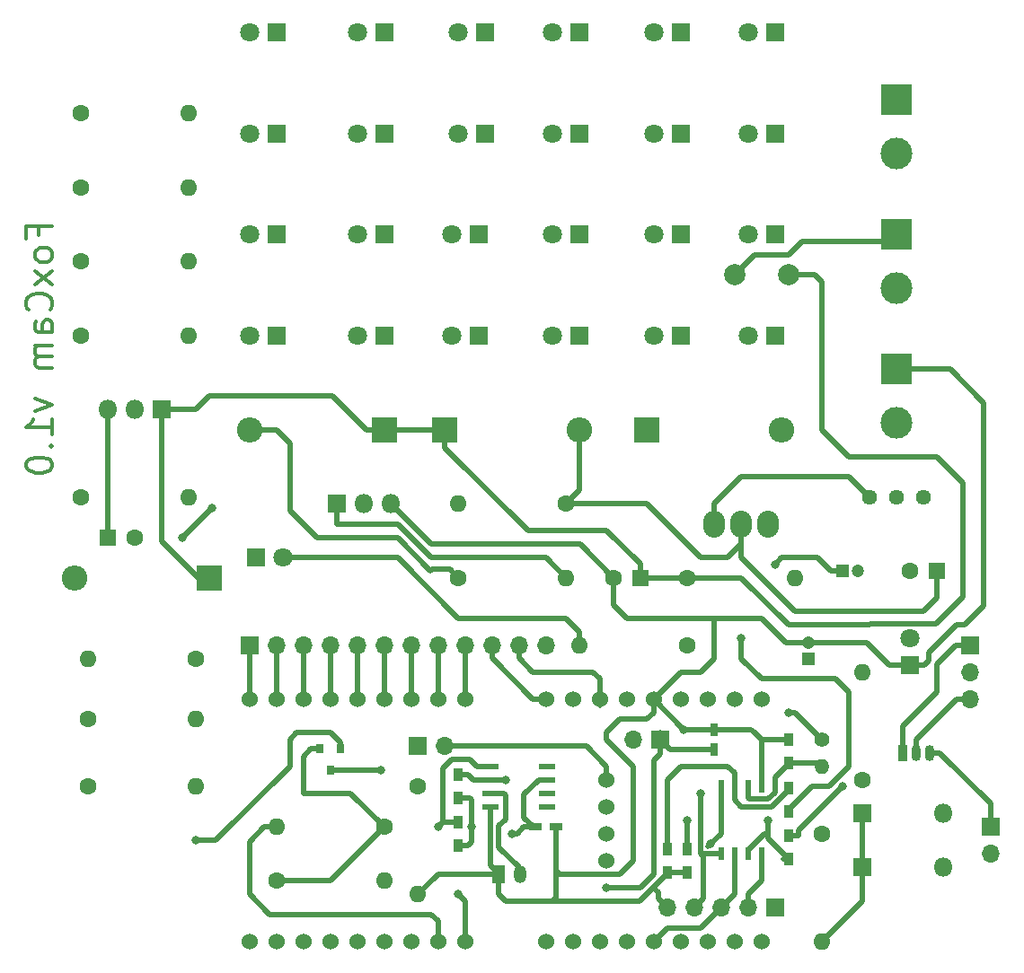
<source format=gbr>
G04 #@! TF.GenerationSoftware,KiCad,Pcbnew,(5.1.4)-1*
G04 #@! TF.CreationDate,2019-10-14T12:16:32+11:00*
G04 #@! TF.ProjectId,FoxCam,466f7843-616d-42e6-9b69-6361645f7063,rev?*
G04 #@! TF.SameCoordinates,Original*
G04 #@! TF.FileFunction,Copper,L2,Bot*
G04 #@! TF.FilePolarity,Positive*
%FSLAX46Y46*%
G04 Gerber Fmt 4.6, Leading zero omitted, Abs format (unit mm)*
G04 Created by KiCad (PCBNEW (5.1.4)-1) date 2019-10-14 12:16:32*
%MOMM*%
%LPD*%
G04 APERTURE LIST*
%ADD10C,0.300000*%
%ADD11C,2.000000*%
%ADD12R,1.700000X1.700000*%
%ADD13O,1.700000X1.700000*%
%ADD14R,0.508000X1.143000*%
%ADD15R,0.900000X1.200000*%
%ADD16R,1.200000X1.700000*%
%ADD17O,1.200000X1.700000*%
%ADD18R,1.200000X0.750000*%
%ADD19R,0.750000X1.200000*%
%ADD20R,1.550000X0.600000*%
%ADD21C,1.600000*%
%ADD22O,1.600000X1.600000*%
%ADD23C,1.524000*%
%ADD24C,1.400000*%
%ADD25O,1.400000X1.400000*%
%ADD26R,1.800000X1.800000*%
%ADD27C,1.800000*%
%ADD28R,2.400000X2.400000*%
%ADD29O,2.400000X2.400000*%
%ADD30R,3.000000X3.000000*%
%ADD31C,3.000000*%
%ADD32C,1.440000*%
%ADD33O,1.800000X1.800000*%
%ADD34R,1.600000X1.600000*%
%ADD35R,0.800000X0.900000*%
%ADD36O,0.900000X1.500000*%
%ADD37R,0.900000X1.500000*%
%ADD38R,1.200000X1.200000*%
%ADD39C,1.200000*%
%ADD40O,2.032000X2.540000*%
%ADD41C,0.800000*%
%ADD42C,0.500000*%
G04 APERTURE END LIST*
D10*
X114756428Y-50880714D02*
X114756428Y-50047380D01*
X116065952Y-50047380D02*
X113565952Y-50047380D01*
X113565952Y-51237857D01*
X116065952Y-52547380D02*
X115946904Y-52309285D01*
X115827857Y-52190238D01*
X115589761Y-52071190D01*
X114875476Y-52071190D01*
X114637380Y-52190238D01*
X114518333Y-52309285D01*
X114399285Y-52547380D01*
X114399285Y-52904523D01*
X114518333Y-53142619D01*
X114637380Y-53261666D01*
X114875476Y-53380714D01*
X115589761Y-53380714D01*
X115827857Y-53261666D01*
X115946904Y-53142619D01*
X116065952Y-52904523D01*
X116065952Y-52547380D01*
X116065952Y-54214047D02*
X114399285Y-55523571D01*
X114399285Y-54214047D02*
X116065952Y-55523571D01*
X115827857Y-57904523D02*
X115946904Y-57785476D01*
X116065952Y-57428333D01*
X116065952Y-57190238D01*
X115946904Y-56833095D01*
X115708809Y-56594999D01*
X115470714Y-56475952D01*
X114994523Y-56356904D01*
X114637380Y-56356904D01*
X114161190Y-56475952D01*
X113923095Y-56594999D01*
X113685000Y-56833095D01*
X113565952Y-57190238D01*
X113565952Y-57428333D01*
X113685000Y-57785476D01*
X113804047Y-57904523D01*
X116065952Y-60047380D02*
X114756428Y-60047380D01*
X114518333Y-59928333D01*
X114399285Y-59690238D01*
X114399285Y-59214047D01*
X114518333Y-58975952D01*
X115946904Y-60047380D02*
X116065952Y-59809285D01*
X116065952Y-59214047D01*
X115946904Y-58975952D01*
X115708809Y-58856904D01*
X115470714Y-58856904D01*
X115232619Y-58975952D01*
X115113571Y-59214047D01*
X115113571Y-59809285D01*
X114994523Y-60047380D01*
X116065952Y-61237857D02*
X114399285Y-61237857D01*
X114637380Y-61237857D02*
X114518333Y-61356904D01*
X114399285Y-61594999D01*
X114399285Y-61952142D01*
X114518333Y-62190238D01*
X114756428Y-62309285D01*
X116065952Y-62309285D01*
X114756428Y-62309285D02*
X114518333Y-62428333D01*
X114399285Y-62666428D01*
X114399285Y-63023571D01*
X114518333Y-63261666D01*
X114756428Y-63380714D01*
X116065952Y-63380714D01*
X114399285Y-66237857D02*
X116065952Y-66833095D01*
X114399285Y-67428333D01*
X116065952Y-69690238D02*
X116065952Y-68261666D01*
X116065952Y-68975952D02*
X113565952Y-68975952D01*
X113923095Y-68737857D01*
X114161190Y-68499761D01*
X114280238Y-68261666D01*
X115827857Y-70761666D02*
X115946904Y-70880714D01*
X116065952Y-70761666D01*
X115946904Y-70642619D01*
X115827857Y-70761666D01*
X116065952Y-70761666D01*
X113565952Y-72428333D02*
X113565952Y-72666428D01*
X113685000Y-72904523D01*
X113804047Y-73023571D01*
X114042142Y-73142619D01*
X114518333Y-73261666D01*
X115113571Y-73261666D01*
X115589761Y-73142619D01*
X115827857Y-73023571D01*
X115946904Y-72904523D01*
X116065952Y-72666428D01*
X116065952Y-72428333D01*
X115946904Y-72190238D01*
X115827857Y-72071190D01*
X115589761Y-71952142D01*
X115113571Y-71833095D01*
X114518333Y-71833095D01*
X114042142Y-71952142D01*
X113804047Y-72071190D01*
X113685000Y-72190238D01*
X113565952Y-72428333D01*
D11*
X180340000Y-54610000D03*
X185420000Y-54600000D03*
D12*
X184150000Y-114300000D03*
D13*
X181610000Y-114300000D03*
X179070000Y-114300000D03*
X176530000Y-114300000D03*
X173990000Y-114300000D03*
D14*
X179070000Y-109220000D03*
X180340000Y-109220000D03*
X181610000Y-109220000D03*
X182880000Y-109220000D03*
X182880000Y-102870000D03*
X181610000Y-102870000D03*
X180340000Y-102870000D03*
X179070000Y-102870000D03*
D15*
X175895000Y-108755000D03*
X175895000Y-110955000D03*
X185420000Y-107485000D03*
X185420000Y-109685000D03*
X173990000Y-108755000D03*
X173990000Y-110955000D03*
X185420000Y-105240000D03*
X185420000Y-103040000D03*
X185420000Y-100625000D03*
X185420000Y-98425000D03*
D16*
X158115000Y-111125000D03*
D17*
X160115000Y-111125000D03*
D18*
X161610000Y-106680000D03*
X163510000Y-106680000D03*
D19*
X178435000Y-97475000D03*
X178435000Y-99375000D03*
D15*
X154305000Y-108415000D03*
X154305000Y-106215000D03*
X154305000Y-103970000D03*
X154305000Y-101770000D03*
D20*
X162720000Y-100965000D03*
X162720000Y-102235000D03*
X162720000Y-103505000D03*
X162720000Y-104775000D03*
X157320000Y-104775000D03*
X157320000Y-103505000D03*
X157320000Y-102235000D03*
X157320000Y-100965000D03*
D21*
X192405000Y-102235000D03*
D22*
X192405000Y-92075000D03*
D21*
X188595000Y-107315000D03*
D22*
X188595000Y-117475000D03*
D21*
X147320000Y-106680000D03*
D22*
X137160000Y-106680000D03*
D21*
X137160000Y-111760000D03*
D22*
X147320000Y-111760000D03*
D21*
X164465000Y-76200000D03*
D22*
X154305000Y-76200000D03*
D21*
X154305000Y-83185000D03*
D22*
X164465000Y-83185000D03*
D21*
X175895000Y-83185000D03*
D22*
X186055000Y-83185000D03*
D21*
X129540000Y-90805000D03*
D22*
X119380000Y-90805000D03*
D21*
X119380000Y-102870000D03*
D22*
X129540000Y-102870000D03*
D21*
X118745000Y-75565000D03*
D22*
X128905000Y-75565000D03*
D21*
X119380000Y-96520000D03*
D22*
X129540000Y-96520000D03*
D21*
X118745000Y-53340000D03*
D22*
X128905000Y-53340000D03*
D21*
X118745000Y-60325000D03*
D22*
X128905000Y-60325000D03*
D21*
X118745000Y-46355000D03*
D22*
X128905000Y-46355000D03*
D21*
X175895000Y-89535000D03*
D22*
X165735000Y-89535000D03*
D21*
X118745000Y-39370000D03*
D22*
X128905000Y-39370000D03*
D21*
X150495000Y-102870000D03*
D22*
X150495000Y-113030000D03*
D12*
X134620000Y-89535000D03*
D13*
X137160000Y-89535000D03*
X139700000Y-89535000D03*
X142240000Y-89535000D03*
X144780000Y-89535000D03*
X147320000Y-89535000D03*
X149860000Y-89535000D03*
X152400000Y-89535000D03*
X154940000Y-89535000D03*
X157480000Y-89535000D03*
X160020000Y-89535000D03*
X162560000Y-89535000D03*
D23*
X134620000Y-94615000D03*
X137160000Y-94615000D03*
X139700000Y-94615000D03*
X142240000Y-94615000D03*
X144780000Y-94615000D03*
X147320000Y-94615000D03*
X149860000Y-94615000D03*
X152400000Y-94615000D03*
X154940000Y-94615000D03*
X162560000Y-94615000D03*
X165100000Y-94615000D03*
X167640000Y-94615000D03*
X170180000Y-94615000D03*
X172720000Y-94615000D03*
X175260000Y-94615000D03*
X177800000Y-94615000D03*
X180340000Y-94615000D03*
X182880000Y-94615000D03*
X182880000Y-117475000D03*
X180340000Y-117475000D03*
X177800000Y-117475000D03*
X175260000Y-117475000D03*
X172720000Y-117475000D03*
X170180000Y-117475000D03*
X167640000Y-117475000D03*
X165100000Y-117475000D03*
X162560000Y-117475000D03*
X154940000Y-117475000D03*
X152400000Y-117475000D03*
X149860000Y-117475000D03*
X147320000Y-117475000D03*
X144780000Y-117475000D03*
X142240000Y-117475000D03*
X139700000Y-117475000D03*
X137160000Y-117475000D03*
X134620000Y-117475000D03*
D24*
X188595000Y-98425000D03*
D25*
X188595000Y-100965000D03*
D12*
X173355000Y-98425000D03*
D13*
X170815000Y-98425000D03*
D12*
X150495000Y-99060000D03*
D13*
X153035000Y-99060000D03*
D12*
X204470000Y-106680000D03*
D13*
X204470000Y-109220000D03*
D26*
X184150000Y-31750000D03*
D27*
X181610000Y-31750000D03*
D26*
X175260000Y-31750000D03*
D27*
X172720000Y-31750000D03*
D26*
X156845000Y-31750000D03*
D27*
X154305000Y-31750000D03*
D26*
X165735000Y-31750000D03*
D27*
X163195000Y-31750000D03*
D26*
X147320000Y-31750000D03*
D27*
X144780000Y-31750000D03*
D26*
X137160000Y-31750000D03*
D27*
X134620000Y-31750000D03*
D26*
X184150000Y-41275000D03*
D27*
X181610000Y-41275000D03*
D26*
X175260000Y-41275000D03*
D27*
X172720000Y-41275000D03*
D26*
X165735000Y-41275000D03*
D27*
X163195000Y-41275000D03*
D26*
X156845000Y-41275000D03*
D27*
X154305000Y-41275000D03*
D26*
X147320000Y-41275000D03*
D27*
X144780000Y-41275000D03*
D26*
X137160000Y-41275000D03*
D27*
X134620000Y-41275000D03*
D26*
X184150000Y-60325000D03*
D27*
X181610000Y-60325000D03*
D26*
X175260000Y-60325000D03*
D27*
X172720000Y-60325000D03*
D26*
X165735000Y-60325000D03*
D27*
X163195000Y-60325000D03*
D26*
X156210000Y-60325000D03*
D27*
X153670000Y-60325000D03*
D26*
X147320000Y-60325000D03*
D27*
X144780000Y-60325000D03*
D26*
X137160000Y-60325000D03*
D27*
X134620000Y-60325000D03*
D26*
X184150000Y-50800000D03*
D27*
X181610000Y-50800000D03*
D26*
X175260000Y-50800000D03*
D27*
X172720000Y-50800000D03*
D26*
X165735000Y-50800000D03*
D27*
X163195000Y-50800000D03*
D26*
X156210000Y-50800000D03*
D27*
X153670000Y-50800000D03*
D26*
X147320000Y-50800000D03*
D27*
X144780000Y-50800000D03*
D26*
X137160000Y-50800000D03*
D27*
X134620000Y-50800000D03*
D28*
X153035000Y-69215000D03*
D29*
X165735000Y-69215000D03*
D30*
X195580000Y-63500000D03*
D31*
X195580000Y-68580000D03*
D30*
X195580000Y-50800000D03*
D31*
X195580000Y-55880000D03*
D30*
X195580000Y-38100000D03*
D31*
X195580000Y-43180000D03*
D32*
X193040000Y-75565000D03*
X195580000Y-75565000D03*
X198120000Y-75565000D03*
D28*
X130810000Y-83185000D03*
D29*
X118110000Y-83185000D03*
D26*
X192405000Y-110490000D03*
D33*
X200025000Y-110490000D03*
D26*
X192405000Y-105410000D03*
D33*
X200025000Y-105410000D03*
D28*
X172085000Y-69215000D03*
D29*
X184785000Y-69215000D03*
D26*
X196850000Y-91440000D03*
D27*
X196850000Y-88900000D03*
D34*
X171450000Y-83185000D03*
D21*
X168950000Y-83185000D03*
D34*
X121285000Y-79375000D03*
D21*
X123785000Y-79375000D03*
D34*
X199390000Y-82550000D03*
D21*
X196890000Y-82550000D03*
D26*
X135255000Y-81280000D03*
D27*
X137795000Y-81280000D03*
D26*
X126365000Y-67310000D03*
D33*
X123825000Y-67310000D03*
X121285000Y-67310000D03*
D26*
X142875000Y-76200000D03*
D33*
X145415000Y-76200000D03*
X147955000Y-76200000D03*
D35*
X141290000Y-99330000D03*
X143190000Y-99330000D03*
X142240000Y-101330000D03*
D36*
X197485000Y-99695000D03*
X198755000Y-99695000D03*
D37*
X196215000Y-99695000D03*
D23*
X168275000Y-102235000D03*
X168275000Y-104775000D03*
X168275000Y-109855000D03*
X168275000Y-107315000D03*
D12*
X202565000Y-89535000D03*
D13*
X202565000Y-92075000D03*
X202565000Y-94615000D03*
D38*
X187325000Y-90805000D03*
D39*
X187325000Y-89305000D03*
D40*
X180975000Y-78105000D03*
X183515000Y-78105000D03*
X178435000Y-78105000D03*
D38*
X190500000Y-82550000D03*
D39*
X192000000Y-82550000D03*
D28*
X147320000Y-69215000D03*
D29*
X134620000Y-69215000D03*
D41*
X184150000Y-81915000D03*
X180975000Y-88900000D03*
X129540000Y-107950000D03*
X175580000Y-97475000D03*
X190500000Y-102870000D03*
X131080000Y-76565000D03*
X128270000Y-79375000D03*
X147050000Y-101330000D03*
X177165000Y-103505000D03*
X185420000Y-95885000D03*
X154305000Y-113030000D03*
X152400000Y-106680000D03*
X168275000Y-112395000D03*
X155575000Y-106680000D03*
X159385000Y-107315000D03*
X158750000Y-102235000D03*
X175895000Y-106045000D03*
X183515000Y-106045000D03*
X178117500Y-108267500D03*
D42*
X189400000Y-82550000D02*
X188130000Y-81280000D01*
X190500000Y-82550000D02*
X189400000Y-82550000D01*
X188130000Y-81280000D02*
X184785000Y-81280000D01*
X184785000Y-81280000D02*
X184150000Y-81915000D01*
X184150000Y-81915000D02*
X184150000Y-81915000D01*
X180975000Y-90805000D02*
X180975000Y-88900000D01*
X182880000Y-92710000D02*
X180975000Y-90805000D01*
X185420000Y-105090000D02*
X187640000Y-102870000D01*
X185420000Y-105240000D02*
X185420000Y-105090000D01*
X187640000Y-102870000D02*
X189230000Y-102870000D01*
X189230000Y-102870000D02*
X191135000Y-100965000D01*
X191135000Y-100965000D02*
X191135000Y-93980000D01*
X189865000Y-92710000D02*
X182880000Y-92710000D01*
X191135000Y-93980000D02*
X189865000Y-92710000D01*
X165735000Y-74930000D02*
X164465000Y-76200000D01*
X165735000Y-69215000D02*
X165735000Y-74930000D01*
X164465000Y-76200000D02*
X172085000Y-76200000D01*
X172085000Y-76200000D02*
X177165000Y-81280000D01*
X177165000Y-81280000D02*
X179705000Y-81280000D01*
X180975000Y-80010000D02*
X180975000Y-78105000D01*
X179705000Y-81280000D02*
X180975000Y-80010000D01*
X180975000Y-78105000D02*
X180975000Y-81280000D01*
X180975000Y-81280000D02*
X186055000Y-86360000D01*
X186055000Y-86360000D02*
X198120000Y-86360000D01*
X198120000Y-86360000D02*
X199390000Y-85090000D01*
X199390000Y-85090000D02*
X199390000Y-82550000D01*
X118745000Y-82550000D02*
X118110000Y-83185000D01*
X147955000Y-76200000D02*
X151765000Y-80010000D01*
X165775000Y-80010000D02*
X168950000Y-83185000D01*
X151765000Y-80010000D02*
X165775000Y-80010000D01*
X194945000Y-56515000D02*
X195695000Y-56515000D01*
X172720000Y-94615000D02*
X175260000Y-92075000D01*
X175260000Y-92075000D02*
X177165000Y-92075000D01*
X177165000Y-92075000D02*
X178435000Y-90805000D01*
X170180000Y-86995000D02*
X178435000Y-86995000D01*
X196215000Y-91440000D02*
X197615000Y-91440000D01*
X178435000Y-90805000D02*
X178435000Y-88900000D01*
X178435000Y-88900000D02*
X178435000Y-86995000D01*
X168950000Y-83185000D02*
X168950000Y-85765000D01*
X168950000Y-85765000D02*
X170180000Y-86995000D01*
X175580000Y-97475000D02*
X175580000Y-97475000D01*
X172720000Y-94615000D02*
X175580000Y-97475000D01*
X178435000Y-97475000D02*
X181930000Y-97475000D01*
X181930000Y-97475000D02*
X182245000Y-97790000D01*
X182245000Y-97790000D02*
X182880000Y-98425000D01*
X185420000Y-98425000D02*
X182880000Y-98425000D01*
X143190000Y-98740000D02*
X143190000Y-99330000D01*
X131445000Y-107950000D02*
X138430000Y-100965000D01*
X129540000Y-107950000D02*
X131445000Y-107950000D01*
X138430000Y-100965000D02*
X138430000Y-98425000D01*
X138430000Y-98425000D02*
X139065000Y-97790000D01*
X139065000Y-97790000D02*
X142240000Y-97790000D01*
X142240000Y-97790000D02*
X143190000Y-98740000D01*
X157320000Y-110330000D02*
X158115000Y-111125000D01*
X157320000Y-104775000D02*
X157320000Y-110330000D01*
X152400000Y-111125000D02*
X150495000Y-113030000D01*
X158115000Y-111125000D02*
X152400000Y-111125000D01*
X173990000Y-110955000D02*
X173990000Y-111105000D01*
X158115000Y-113030000D02*
X158115000Y-111125000D01*
X158750000Y-113665000D02*
X158115000Y-113030000D01*
X163510000Y-113350000D02*
X163195000Y-113665000D01*
X163195000Y-113665000D02*
X158750000Y-113665000D01*
X197485000Y-99695000D02*
X197485000Y-98425000D01*
X197485000Y-98425000D02*
X201295000Y-94615000D01*
X201295000Y-94615000D02*
X202565000Y-94615000D01*
X173990000Y-110955000D02*
X175895000Y-110955000D01*
X182880000Y-98425000D02*
X182880000Y-102870000D01*
X171430000Y-113665000D02*
X163195000Y-113665000D01*
X163510000Y-110810000D02*
X163510000Y-113350000D01*
X163510000Y-106680000D02*
X163510000Y-110810000D01*
X172085000Y-96520000D02*
X172720000Y-95885000D01*
X169545000Y-96520000D02*
X172085000Y-96520000D01*
X172720000Y-95885000D02*
X172720000Y-94615000D01*
X163510000Y-110810000D02*
X163825000Y-111125000D01*
X169545000Y-111125000D02*
X170815000Y-109855000D01*
X170815000Y-109855000D02*
X170815000Y-100965000D01*
X163825000Y-111125000D02*
X169545000Y-111125000D01*
X170815000Y-100965000D02*
X168275000Y-98425000D01*
X168275000Y-97790000D02*
X169545000Y-96520000D01*
X168275000Y-98425000D02*
X168275000Y-97790000D01*
X173140001Y-112815001D02*
X172710000Y-112385000D01*
X173140001Y-113450001D02*
X173140001Y-112815001D01*
X173990000Y-114300000D02*
X173140001Y-113450001D01*
X173990000Y-111105000D02*
X172710000Y-112385000D01*
X172710000Y-112385000D02*
X171430000Y-113665000D01*
X198250000Y-91440000D02*
X196850000Y-91440000D01*
X198689990Y-91000010D02*
X198250000Y-91440000D01*
X198689990Y-90235010D02*
X198689990Y-91000010D01*
X200660000Y-63500000D02*
X203835000Y-66675000D01*
X203835000Y-66675000D02*
X203835000Y-85855000D01*
X195580000Y-63500000D02*
X200660000Y-63500000D01*
X203835000Y-85855000D02*
X202060000Y-87630000D01*
X202060000Y-87630000D02*
X201295000Y-87630000D01*
X201295000Y-87630000D02*
X198689990Y-90235010D01*
X194945000Y-91440000D02*
X196850000Y-91440000D01*
X192810000Y-89305000D02*
X194945000Y-91440000D01*
X185190000Y-89305000D02*
X192810000Y-89305000D01*
X178435000Y-86995000D02*
X182880000Y-86995000D01*
X182880000Y-86995000D02*
X185190000Y-89305000D01*
X175580000Y-97475000D02*
X178435000Y-97475000D01*
X134909954Y-68514992D02*
X134620000Y-68514992D01*
X135320008Y-68925046D02*
X134909954Y-68514992D01*
X137160000Y-69215000D02*
X134620000Y-69215000D01*
X138430000Y-70485000D02*
X137160000Y-69215000D01*
X140970000Y-79375000D02*
X138430000Y-76835000D01*
X153505001Y-82385001D02*
X151880039Y-82385001D01*
X138430000Y-76835000D02*
X138430000Y-70485000D01*
X154305000Y-83185000D02*
X153505001Y-82385001D01*
X151880039Y-82385001D02*
X151715040Y-82550000D01*
X151715040Y-82550000D02*
X151715040Y-82500040D01*
X151715040Y-82500040D02*
X148590000Y-79375000D01*
X148590000Y-79375000D02*
X140970000Y-79375000D01*
X142240000Y-111760000D02*
X147320000Y-106680000D01*
X137160000Y-111760000D02*
X142240000Y-111760000D01*
X140390000Y-99330000D02*
X139700000Y-100020000D01*
X141290000Y-99330000D02*
X140390000Y-99330000D01*
X139700000Y-100020000D02*
X139700000Y-103505000D01*
X144145000Y-103505000D02*
X147320000Y-106680000D01*
X139700000Y-103505000D02*
X144145000Y-103505000D01*
X162560000Y-81280000D02*
X164465000Y-83185000D01*
X151765000Y-81280000D02*
X162560000Y-81280000D01*
X148590000Y-78105000D02*
X151765000Y-81280000D01*
X142875000Y-76200000D02*
X142875000Y-78105000D01*
X142875000Y-78105000D02*
X148590000Y-78105000D01*
X147320000Y-69215000D02*
X153035000Y-69215000D01*
X131099954Y-83885008D02*
X131304981Y-83679981D01*
X130520046Y-83885008D02*
X131099954Y-83885008D01*
X126365000Y-67310000D02*
X126365000Y-79729962D01*
X126365000Y-79729962D02*
X130520046Y-83885008D01*
X126365000Y-67310000D02*
X129540000Y-67310000D01*
X129540000Y-67310000D02*
X130810000Y-66040000D01*
X145620000Y-69215000D02*
X147320000Y-69215000D01*
X142445000Y-66040000D02*
X145620000Y-69215000D01*
X130810000Y-66040000D02*
X142445000Y-66040000D01*
X153035000Y-70915000D02*
X160860000Y-78740000D01*
X153035000Y-69215000D02*
X153035000Y-70915000D01*
X171450000Y-81885000D02*
X171450000Y-83185000D01*
X168305000Y-78740000D02*
X171450000Y-81885000D01*
X160860000Y-78740000D02*
X168305000Y-78740000D01*
X171450000Y-83185000D02*
X175895000Y-83185000D01*
X204470000Y-104460000D02*
X204470000Y-106680000D01*
X199705000Y-99695000D02*
X204470000Y-104460000D01*
X198755000Y-99695000D02*
X199705000Y-99695000D01*
X185420000Y-107485000D02*
X186370000Y-107485000D01*
X190500000Y-102870000D02*
X190500000Y-102870000D01*
X186370000Y-107000000D02*
X190500000Y-102870000D01*
X186370000Y-107485000D02*
X186370000Y-107000000D01*
X188605000Y-69225000D02*
X188605000Y-55255000D01*
X201864990Y-74229990D02*
X199390000Y-71755000D01*
X201864990Y-84995008D02*
X201864990Y-74229990D01*
X180975000Y-83185000D02*
X185420000Y-87630000D01*
X175895000Y-83185000D02*
X180975000Y-83185000D01*
X191135000Y-71755000D02*
X188605000Y-69225000D01*
X199390000Y-71755000D02*
X191135000Y-71755000D01*
X185420000Y-87630000D02*
X193040000Y-87630000D01*
X188605000Y-55255000D02*
X187950000Y-54600000D01*
X193040000Y-87630000D02*
X193120001Y-87549999D01*
X187950000Y-54600000D02*
X185420000Y-54600000D01*
X193120001Y-87549999D02*
X199309999Y-87549999D01*
X199309999Y-87549999D02*
X201864990Y-84995008D01*
X131080000Y-76565000D02*
X128270000Y-79375000D01*
X192405000Y-113665000D02*
X188595000Y-117475000D01*
X192405000Y-110490000D02*
X192405000Y-113665000D01*
X192405000Y-105410000D02*
X192405000Y-110490000D01*
X165735000Y-88265000D02*
X165735000Y-89535000D01*
X164465000Y-86995000D02*
X165735000Y-88265000D01*
X154305000Y-86995000D02*
X164465000Y-86995000D01*
X137795000Y-81280000D02*
X148590000Y-81280000D01*
X148590000Y-81280000D02*
X154305000Y-86995000D01*
X201215000Y-89535000D02*
X199390000Y-91360000D01*
X202565000Y-89535000D02*
X201215000Y-89535000D01*
X199390000Y-91360000D02*
X199390000Y-93980000D01*
X196215000Y-97155000D02*
X196215000Y-99695000D01*
X199390000Y-93980000D02*
X196215000Y-97155000D01*
X142240000Y-101330000D02*
X147050000Y-101330000D01*
X168275000Y-100965000D02*
X168275000Y-102235000D01*
X166370000Y-99060000D02*
X168275000Y-100965000D01*
X153035000Y-99060000D02*
X166370000Y-99060000D01*
X177165000Y-104775000D02*
X177165000Y-104140000D01*
X177165000Y-104140000D02*
X177165000Y-103505000D01*
X177165000Y-103505000D02*
X177165000Y-103505000D01*
X179070000Y-109220000D02*
X177165000Y-109220000D01*
X177165000Y-109220000D02*
X177165000Y-104775000D01*
X177379999Y-109434999D02*
X177165000Y-109220000D01*
X177379999Y-113450001D02*
X177379999Y-109434999D01*
X176530000Y-114300000D02*
X177379999Y-113450001D01*
X186055000Y-95885000D02*
X188595000Y-98425000D01*
X185420000Y-95885000D02*
X186055000Y-95885000D01*
X154940000Y-117475000D02*
X154940000Y-113665000D01*
X154940000Y-113665000D02*
X154305000Y-113030000D01*
X158595000Y-103505000D02*
X158750000Y-103660000D01*
X157320000Y-103505000D02*
X158595000Y-103505000D01*
X158750000Y-103660000D02*
X158750000Y-105979990D01*
X158115000Y-106614990D02*
X158115000Y-108585000D01*
X158750000Y-105979990D02*
X158115000Y-106614990D01*
X160115000Y-110875000D02*
X160020000Y-110780000D01*
X160115000Y-111125000D02*
X160115000Y-110875000D01*
X160020000Y-110490000D02*
X158115000Y-108585000D01*
X160020000Y-110780000D02*
X160020000Y-110490000D01*
X152865000Y-106215000D02*
X152400000Y-106680000D01*
X154305000Y-106215000D02*
X152865000Y-106215000D01*
X152865000Y-101135000D02*
X152865000Y-106215000D01*
X153670000Y-100330000D02*
X152865000Y-101135000D01*
X155410000Y-100330000D02*
X153670000Y-100330000D01*
X157320000Y-100965000D02*
X156045000Y-100965000D01*
X156045000Y-100965000D02*
X155410000Y-100330000D01*
X172720000Y-117475000D02*
X173990000Y-116205000D01*
X177165000Y-116205000D02*
X179070000Y-114300000D01*
X173990000Y-116205000D02*
X177165000Y-116205000D01*
X180340000Y-113030000D02*
X179070000Y-114300000D01*
X180340000Y-109220000D02*
X180340000Y-113030000D01*
X173355000Y-97790000D02*
X173355000Y-98425000D01*
X173355000Y-99775000D02*
X172720000Y-100410000D01*
X173355000Y-98425000D02*
X173355000Y-99775000D01*
X172720000Y-100410000D02*
X172720000Y-111125000D01*
X172720000Y-111125000D02*
X171450000Y-112395000D01*
X171450000Y-112395000D02*
X168275000Y-112395000D01*
X155255000Y-108415000D02*
X155575000Y-108095000D01*
X154305000Y-108415000D02*
X155255000Y-108415000D01*
X155405000Y-103970000D02*
X154305000Y-103970000D01*
X155575000Y-104140000D02*
X155405000Y-103970000D01*
X155575000Y-108095000D02*
X155575000Y-106680000D01*
X155575000Y-106680000D02*
X155575000Y-104140000D01*
X174305000Y-99375000D02*
X173355000Y-98425000D01*
X178435000Y-99375000D02*
X174305000Y-99375000D01*
X161385000Y-106680000D02*
X161610000Y-106680000D01*
X160510000Y-105805000D02*
X161385000Y-106680000D01*
X160510000Y-103650000D02*
X160510000Y-105805000D01*
X161925000Y-102235000D02*
X160510000Y-103650000D01*
X162720000Y-102235000D02*
X161925000Y-102235000D01*
X160510000Y-106680000D02*
X159875000Y-107315000D01*
X161610000Y-106680000D02*
X160510000Y-106680000D01*
X159875000Y-107315000D02*
X159385000Y-107315000D01*
X121285000Y-67310000D02*
X121285000Y-79375000D01*
X134620000Y-89535000D02*
X134620000Y-94615000D01*
X137160000Y-89535000D02*
X137160000Y-94615000D01*
X139700000Y-89535000D02*
X139700000Y-94615000D01*
X142240000Y-89535000D02*
X142240000Y-94615000D01*
X144780000Y-89535000D02*
X144780000Y-94615000D01*
X147320000Y-89535000D02*
X147320000Y-94615000D01*
X149860000Y-89535000D02*
X149860000Y-94615000D01*
X152400000Y-89535000D02*
X152400000Y-94615000D01*
X154940000Y-89535000D02*
X154940000Y-94615000D01*
X161357919Y-94615000D02*
X162560000Y-94615000D01*
X157480000Y-90737081D02*
X161357919Y-94615000D01*
X157480000Y-89535000D02*
X157480000Y-90737081D01*
X167640000Y-94615000D02*
X167640000Y-95250000D01*
X160020000Y-90737081D02*
X161357919Y-92075000D01*
X160020000Y-89535000D02*
X160020000Y-90737081D01*
X161357919Y-92075000D02*
X167005000Y-92075000D01*
X167640000Y-92710000D02*
X167640000Y-94615000D01*
X167005000Y-92075000D02*
X167640000Y-92710000D01*
X191135000Y-73660000D02*
X193040000Y-75565000D01*
X180975000Y-73660000D02*
X191135000Y-73660000D01*
X178435000Y-78105000D02*
X178435000Y-76200000D01*
X178435000Y-76200000D02*
X180975000Y-73660000D01*
X136028630Y-106680000D02*
X134620000Y-108088630D01*
X137160000Y-106680000D02*
X136028630Y-106680000D01*
X134620000Y-108088630D02*
X134620000Y-113030000D01*
X134620000Y-113030000D02*
X136525000Y-114935000D01*
X136525000Y-114935000D02*
X151765000Y-114935000D01*
X151765000Y-114935000D02*
X152400000Y-115570000D01*
X152400000Y-115570000D02*
X152400000Y-117475000D01*
X155720000Y-102235000D02*
X157320000Y-102235000D01*
X154305000Y-101770000D02*
X155255000Y-101770000D01*
X155255000Y-101770000D02*
X155720000Y-102235000D01*
X157320000Y-102235000D02*
X158750000Y-102235000D01*
X181610000Y-113030000D02*
X181610000Y-114300000D01*
X182880000Y-109220000D02*
X182880000Y-111760000D01*
X182880000Y-111760000D02*
X181610000Y-113030000D01*
X181610000Y-103941500D02*
X181610000Y-102870000D01*
X185420000Y-100775000D02*
X184150000Y-102045000D01*
X184150000Y-102045000D02*
X184150000Y-103470038D01*
X184150000Y-103470038D02*
X183545048Y-104074990D01*
X185420000Y-100625000D02*
X185420000Y-100775000D01*
X183545048Y-104074990D02*
X181743490Y-104074990D01*
X181743490Y-104074990D02*
X181610000Y-103941500D01*
X188255000Y-100625000D02*
X188595000Y-100965000D01*
X185420000Y-100625000D02*
X188255000Y-100625000D01*
X173990000Y-108755000D02*
X173990000Y-102235000D01*
X173990000Y-102235000D02*
X175260000Y-100965000D01*
X175260000Y-100965000D02*
X179705000Y-100965000D01*
X179705000Y-100965000D02*
X180340000Y-101600000D01*
X180340000Y-101600000D02*
X180340000Y-102870000D01*
X185420000Y-103190000D02*
X183835000Y-104775000D01*
X185420000Y-103040000D02*
X185420000Y-103190000D01*
X183835000Y-104775000D02*
X180975000Y-104775000D01*
X180975000Y-104775000D02*
X180340000Y-104140000D01*
X180340000Y-104140000D02*
X180340000Y-102870000D01*
X185420000Y-109685000D02*
X184955000Y-109685000D01*
X175895000Y-108755000D02*
X175895000Y-106045000D01*
X175895000Y-106045000D02*
X175895000Y-106045000D01*
X183515000Y-107780000D02*
X185420000Y-109685000D01*
X181610000Y-108902500D02*
X181610000Y-109220000D01*
X183197500Y-107315000D02*
X181610000Y-108902500D01*
X183515000Y-107315000D02*
X183197500Y-107315000D01*
X183515000Y-107315000D02*
X183515000Y-107780000D01*
X183515000Y-106045000D02*
X183515000Y-107315000D01*
X179070000Y-102870000D02*
X179070000Y-107315000D01*
X179070000Y-107315000D02*
X178117500Y-108267500D01*
X178117500Y-108267500D02*
X177865010Y-108519990D01*
X182245000Y-52705000D02*
X180340000Y-54610000D01*
X185420000Y-52705000D02*
X182245000Y-52705000D01*
X186690000Y-51435000D02*
X185420000Y-52705000D01*
X195580000Y-50800000D02*
X194945000Y-51435000D01*
X194945000Y-51435000D02*
X186690000Y-51435000D01*
M02*

</source>
